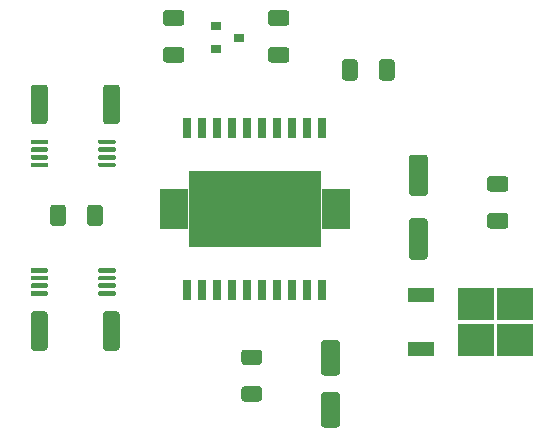
<source format=gbr>
%TF.GenerationSoftware,KiCad,Pcbnew,5.1.10*%
%TF.CreationDate,2021-06-23T21:46:23+08:00*%
%TF.ProjectId,simplefoc,73696d70-6c65-4666-9f63-2e6b69636164,rev?*%
%TF.SameCoordinates,Original*%
%TF.FileFunction,Paste,Top*%
%TF.FilePolarity,Positive*%
%FSLAX46Y46*%
G04 Gerber Fmt 4.6, Leading zero omitted, Abs format (unit mm)*
G04 Created by KiCad (PCBNEW 5.1.10) date 2021-06-23 21:46:23*
%MOMM*%
%LPD*%
G01*
G04 APERTURE LIST*
%ADD10R,0.900000X0.800000*%
%ADD11R,2.200000X1.200000*%
%ADD12R,3.050000X2.750000*%
%ADD13R,0.700000X1.700000*%
%ADD14R,11.270000X6.400000*%
%ADD15R,2.415000X3.400000*%
G04 APERTURE END LIST*
%TO.C,CAP2*%
G36*
G01*
X-102764500Y252500000D02*
X-103864500Y252500000D01*
G75*
G02*
X-104114500Y252750000I0J250000D01*
G01*
X-104114500Y255250000D01*
G75*
G02*
X-103864500Y255500000I250000J0D01*
G01*
X-102764500Y255500000D01*
G75*
G02*
X-102514500Y255250000I0J-250000D01*
G01*
X-102514500Y252750000D01*
G75*
G02*
X-102764500Y252500000I-250000J0D01*
G01*
G37*
G36*
G01*
X-102764500Y248100000D02*
X-103864500Y248100000D01*
G75*
G02*
X-104114500Y248350000I0J250000D01*
G01*
X-104114500Y250850000D01*
G75*
G02*
X-103864500Y251100000I250000J0D01*
G01*
X-102764500Y251100000D01*
G75*
G02*
X-102514500Y250850000I0J-250000D01*
G01*
X-102514500Y248350000D01*
G75*
G02*
X-102764500Y248100000I-250000J0D01*
G01*
G37*
%TD*%
%TO.C,C4*%
G36*
G01*
X-117236001Y283441500D02*
X-115935999Y283441500D01*
G75*
G02*
X-115686000Y283191501I0J-249999D01*
G01*
X-115686000Y282366499D01*
G75*
G02*
X-115935999Y282116500I-249999J0D01*
G01*
X-117236001Y282116500D01*
G75*
G02*
X-117486000Y282366499I0J249999D01*
G01*
X-117486000Y283191501D01*
G75*
G02*
X-117236001Y283441500I249999J0D01*
G01*
G37*
G36*
G01*
X-117236001Y280316500D02*
X-115935999Y280316500D01*
G75*
G02*
X-115686000Y280066501I0J-249999D01*
G01*
X-115686000Y279241499D01*
G75*
G02*
X-115935999Y278991500I-249999J0D01*
G01*
X-117236001Y278991500D01*
G75*
G02*
X-117486000Y279241499I0J249999D01*
G01*
X-117486000Y280066501D01*
G75*
G02*
X-117236001Y280316500I249999J0D01*
G01*
G37*
%TD*%
%TO.C,C2*%
G36*
G01*
X-108346001Y280316500D02*
X-107045999Y280316500D01*
G75*
G02*
X-106796000Y280066501I0J-249999D01*
G01*
X-106796000Y279241499D01*
G75*
G02*
X-107045999Y278991500I-249999J0D01*
G01*
X-108346001Y278991500D01*
G75*
G02*
X-108596000Y279241499I0J249999D01*
G01*
X-108596000Y280066501D01*
G75*
G02*
X-108346001Y280316500I249999J0D01*
G01*
G37*
G36*
G01*
X-108346001Y283441500D02*
X-107045999Y283441500D01*
G75*
G02*
X-106796000Y283191501I0J-249999D01*
G01*
X-106796000Y282366499D01*
G75*
G02*
X-107045999Y282116500I-249999J0D01*
G01*
X-108346001Y282116500D01*
G75*
G02*
X-108596000Y282366499I0J249999D01*
G01*
X-108596000Y283191501D01*
G75*
G02*
X-108346001Y283441500I249999J0D01*
G01*
G37*
%TD*%
D10*
%TO.C,BAT1*%
X-113030000Y282062000D03*
X-113030000Y280162000D03*
X-111030000Y281112000D03*
%TD*%
%TO.C,C1*%
G36*
G01*
X-88503999Y264944500D02*
X-89804001Y264944500D01*
G75*
G02*
X-90054000Y265194499I0J249999D01*
G01*
X-90054000Y266019501D01*
G75*
G02*
X-89804001Y266269500I249999J0D01*
G01*
X-88503999Y266269500D01*
G75*
G02*
X-88254000Y266019501I0J-249999D01*
G01*
X-88254000Y265194499D01*
G75*
G02*
X-88503999Y264944500I-249999J0D01*
G01*
G37*
G36*
G01*
X-88503999Y268069500D02*
X-89804001Y268069500D01*
G75*
G02*
X-90054000Y268319499I0J249999D01*
G01*
X-90054000Y269144501D01*
G75*
G02*
X-89804001Y269394500I249999J0D01*
G01*
X-88503999Y269394500D01*
G75*
G02*
X-88254000Y269144501I0J-249999D01*
G01*
X-88254000Y268319499D01*
G75*
G02*
X-88503999Y268069500I-249999J0D01*
G01*
G37*
%TD*%
%TO.C,C3*%
G36*
G01*
X-101014500Y279034001D02*
X-101014500Y277733999D01*
G75*
G02*
X-101264499Y277484000I-249999J0D01*
G01*
X-102089501Y277484000D01*
G75*
G02*
X-102339500Y277733999I0J249999D01*
G01*
X-102339500Y279034001D01*
G75*
G02*
X-102089501Y279284000I249999J0D01*
G01*
X-101264499Y279284000D01*
G75*
G02*
X-101014500Y279034001I0J-249999D01*
G01*
G37*
G36*
G01*
X-97889500Y279034001D02*
X-97889500Y277733999D01*
G75*
G02*
X-98139499Y277484000I-249999J0D01*
G01*
X-98964501Y277484000D01*
G75*
G02*
X-99214500Y277733999I0J249999D01*
G01*
X-99214500Y279034001D01*
G75*
G02*
X-98964501Y279284000I249999J0D01*
G01*
X-98139499Y279284000D01*
G75*
G02*
X-97889500Y279034001I0J-249999D01*
G01*
G37*
%TD*%
%TO.C,CAP1*%
G36*
G01*
X-96428000Y271218000D02*
X-95328000Y271218000D01*
G75*
G02*
X-95078000Y270968000I0J-250000D01*
G01*
X-95078000Y267968000D01*
G75*
G02*
X-95328000Y267718000I-250000J0D01*
G01*
X-96428000Y267718000D01*
G75*
G02*
X-96678000Y267968000I0J250000D01*
G01*
X-96678000Y270968000D01*
G75*
G02*
X-96428000Y271218000I250000J0D01*
G01*
G37*
G36*
G01*
X-96428000Y265818000D02*
X-95328000Y265818000D01*
G75*
G02*
X-95078000Y265568000I0J-250000D01*
G01*
X-95078000Y262568000D01*
G75*
G02*
X-95328000Y262318000I-250000J0D01*
G01*
X-96428000Y262318000D01*
G75*
G02*
X-96678000Y262568000I0J250000D01*
G01*
X-96678000Y265568000D01*
G75*
G02*
X-96428000Y265818000I250000J0D01*
G01*
G37*
%TD*%
%TO.C,CBY1*%
G36*
G01*
X-127047500Y265409999D02*
X-127047500Y266710001D01*
G75*
G02*
X-126797501Y266960000I249999J0D01*
G01*
X-125972499Y266960000D01*
G75*
G02*
X-125722500Y266710001I0J-249999D01*
G01*
X-125722500Y265409999D01*
G75*
G02*
X-125972499Y265160000I-249999J0D01*
G01*
X-126797501Y265160000D01*
G75*
G02*
X-127047500Y265409999I0J249999D01*
G01*
G37*
G36*
G01*
X-123922500Y265409999D02*
X-123922500Y266710001D01*
G75*
G02*
X-123672501Y266960000I249999J0D01*
G01*
X-122847499Y266960000D01*
G75*
G02*
X-122597500Y266710001I0J-249999D01*
G01*
X-122597500Y265409999D01*
G75*
G02*
X-122847499Y265160000I-249999J0D01*
G01*
X-123672501Y265160000D01*
G75*
G02*
X-123922500Y265409999I0J249999D01*
G01*
G37*
%TD*%
%TO.C,INA1*%
G36*
G01*
X-121505500Y259556000D02*
X-121505500Y259356000D01*
G75*
G02*
X-121605500Y259256000I-100000J0D01*
G01*
X-122880500Y259256000D01*
G75*
G02*
X-122980500Y259356000I0J100000D01*
G01*
X-122980500Y259556000D01*
G75*
G02*
X-122880500Y259656000I100000J0D01*
G01*
X-121605500Y259656000D01*
G75*
G02*
X-121505500Y259556000I0J-100000D01*
G01*
G37*
G36*
G01*
X-121505500Y260206000D02*
X-121505500Y260006000D01*
G75*
G02*
X-121605500Y259906000I-100000J0D01*
G01*
X-122880500Y259906000D01*
G75*
G02*
X-122980500Y260006000I0J100000D01*
G01*
X-122980500Y260206000D01*
G75*
G02*
X-122880500Y260306000I100000J0D01*
G01*
X-121605500Y260306000D01*
G75*
G02*
X-121505500Y260206000I0J-100000D01*
G01*
G37*
G36*
G01*
X-121505500Y260856000D02*
X-121505500Y260656000D01*
G75*
G02*
X-121605500Y260556000I-100000J0D01*
G01*
X-122880500Y260556000D01*
G75*
G02*
X-122980500Y260656000I0J100000D01*
G01*
X-122980500Y260856000D01*
G75*
G02*
X-122880500Y260956000I100000J0D01*
G01*
X-121605500Y260956000D01*
G75*
G02*
X-121505500Y260856000I0J-100000D01*
G01*
G37*
G36*
G01*
X-121505500Y261506000D02*
X-121505500Y261306000D01*
G75*
G02*
X-121605500Y261206000I-100000J0D01*
G01*
X-122880500Y261206000D01*
G75*
G02*
X-122980500Y261306000I0J100000D01*
G01*
X-122980500Y261506000D01*
G75*
G02*
X-122880500Y261606000I100000J0D01*
G01*
X-121605500Y261606000D01*
G75*
G02*
X-121505500Y261506000I0J-100000D01*
G01*
G37*
G36*
G01*
X-127230500Y261506000D02*
X-127230500Y261306000D01*
G75*
G02*
X-127330500Y261206000I-100000J0D01*
G01*
X-128605500Y261206000D01*
G75*
G02*
X-128705500Y261306000I0J100000D01*
G01*
X-128705500Y261506000D01*
G75*
G02*
X-128605500Y261606000I100000J0D01*
G01*
X-127330500Y261606000D01*
G75*
G02*
X-127230500Y261506000I0J-100000D01*
G01*
G37*
G36*
G01*
X-127230500Y260856000D02*
X-127230500Y260656000D01*
G75*
G02*
X-127330500Y260556000I-100000J0D01*
G01*
X-128605500Y260556000D01*
G75*
G02*
X-128705500Y260656000I0J100000D01*
G01*
X-128705500Y260856000D01*
G75*
G02*
X-128605500Y260956000I100000J0D01*
G01*
X-127330500Y260956000D01*
G75*
G02*
X-127230500Y260856000I0J-100000D01*
G01*
G37*
G36*
G01*
X-127230500Y260206000D02*
X-127230500Y260006000D01*
G75*
G02*
X-127330500Y259906000I-100000J0D01*
G01*
X-128605500Y259906000D01*
G75*
G02*
X-128705500Y260006000I0J100000D01*
G01*
X-128705500Y260206000D01*
G75*
G02*
X-128605500Y260306000I100000J0D01*
G01*
X-127330500Y260306000D01*
G75*
G02*
X-127230500Y260206000I0J-100000D01*
G01*
G37*
G36*
G01*
X-127230500Y259556000D02*
X-127230500Y259356000D01*
G75*
G02*
X-127330500Y259256000I-100000J0D01*
G01*
X-128605500Y259256000D01*
G75*
G02*
X-128705500Y259356000I0J100000D01*
G01*
X-128705500Y259556000D01*
G75*
G02*
X-128605500Y259656000I100000J0D01*
G01*
X-127330500Y259656000D01*
G75*
G02*
X-127230500Y259556000I0J-100000D01*
G01*
G37*
%TD*%
%TO.C,INA2*%
G36*
G01*
X-127230500Y270433000D02*
X-127230500Y270233000D01*
G75*
G02*
X-127330500Y270133000I-100000J0D01*
G01*
X-128605500Y270133000D01*
G75*
G02*
X-128705500Y270233000I0J100000D01*
G01*
X-128705500Y270433000D01*
G75*
G02*
X-128605500Y270533000I100000J0D01*
G01*
X-127330500Y270533000D01*
G75*
G02*
X-127230500Y270433000I0J-100000D01*
G01*
G37*
G36*
G01*
X-127230500Y271083000D02*
X-127230500Y270883000D01*
G75*
G02*
X-127330500Y270783000I-100000J0D01*
G01*
X-128605500Y270783000D01*
G75*
G02*
X-128705500Y270883000I0J100000D01*
G01*
X-128705500Y271083000D01*
G75*
G02*
X-128605500Y271183000I100000J0D01*
G01*
X-127330500Y271183000D01*
G75*
G02*
X-127230500Y271083000I0J-100000D01*
G01*
G37*
G36*
G01*
X-127230500Y271733000D02*
X-127230500Y271533000D01*
G75*
G02*
X-127330500Y271433000I-100000J0D01*
G01*
X-128605500Y271433000D01*
G75*
G02*
X-128705500Y271533000I0J100000D01*
G01*
X-128705500Y271733000D01*
G75*
G02*
X-128605500Y271833000I100000J0D01*
G01*
X-127330500Y271833000D01*
G75*
G02*
X-127230500Y271733000I0J-100000D01*
G01*
G37*
G36*
G01*
X-127230500Y272383000D02*
X-127230500Y272183000D01*
G75*
G02*
X-127330500Y272083000I-100000J0D01*
G01*
X-128605500Y272083000D01*
G75*
G02*
X-128705500Y272183000I0J100000D01*
G01*
X-128705500Y272383000D01*
G75*
G02*
X-128605500Y272483000I100000J0D01*
G01*
X-127330500Y272483000D01*
G75*
G02*
X-127230500Y272383000I0J-100000D01*
G01*
G37*
G36*
G01*
X-121505500Y272383000D02*
X-121505500Y272183000D01*
G75*
G02*
X-121605500Y272083000I-100000J0D01*
G01*
X-122880500Y272083000D01*
G75*
G02*
X-122980500Y272183000I0J100000D01*
G01*
X-122980500Y272383000D01*
G75*
G02*
X-122880500Y272483000I100000J0D01*
G01*
X-121605500Y272483000D01*
G75*
G02*
X-121505500Y272383000I0J-100000D01*
G01*
G37*
G36*
G01*
X-121505500Y271733000D02*
X-121505500Y271533000D01*
G75*
G02*
X-121605500Y271433000I-100000J0D01*
G01*
X-122880500Y271433000D01*
G75*
G02*
X-122980500Y271533000I0J100000D01*
G01*
X-122980500Y271733000D01*
G75*
G02*
X-122880500Y271833000I100000J0D01*
G01*
X-121605500Y271833000D01*
G75*
G02*
X-121505500Y271733000I0J-100000D01*
G01*
G37*
G36*
G01*
X-121505500Y271083000D02*
X-121505500Y270883000D01*
G75*
G02*
X-121605500Y270783000I-100000J0D01*
G01*
X-122880500Y270783000D01*
G75*
G02*
X-122980500Y270883000I0J100000D01*
G01*
X-122980500Y271083000D01*
G75*
G02*
X-122880500Y271183000I100000J0D01*
G01*
X-121605500Y271183000D01*
G75*
G02*
X-121505500Y271083000I0J-100000D01*
G01*
G37*
G36*
G01*
X-121505500Y270433000D02*
X-121505500Y270233000D01*
G75*
G02*
X-121605500Y270133000I-100000J0D01*
G01*
X-122880500Y270133000D01*
G75*
G02*
X-122980500Y270233000I0J100000D01*
G01*
X-122980500Y270433000D01*
G75*
G02*
X-122880500Y270533000I100000J0D01*
G01*
X-121605500Y270533000D01*
G75*
G02*
X-121505500Y270433000I0J-100000D01*
G01*
G37*
%TD*%
D11*
%TO.C,L1*%
X-95640000Y259328000D03*
X-95640000Y254768000D03*
D12*
X-87665000Y255523000D03*
X-91015000Y258573000D03*
X-87665000Y258573000D03*
X-91015000Y255523000D03*
%TD*%
%TO.C,R2*%
G36*
G01*
X-110607000Y254702000D02*
X-109357000Y254702000D01*
G75*
G02*
X-109107000Y254452000I0J-250000D01*
G01*
X-109107000Y253652000D01*
G75*
G02*
X-109357000Y253402000I-250000J0D01*
G01*
X-110607000Y253402000D01*
G75*
G02*
X-110857000Y253652000I0J250000D01*
G01*
X-110857000Y254452000D01*
G75*
G02*
X-110607000Y254702000I250000J0D01*
G01*
G37*
G36*
G01*
X-110607000Y251602000D02*
X-109357000Y251602000D01*
G75*
G02*
X-109107000Y251352000I0J-250000D01*
G01*
X-109107000Y250552000D01*
G75*
G02*
X-109357000Y250302000I-250000J0D01*
G01*
X-110607000Y250302000D01*
G75*
G02*
X-110857000Y250552000I0J250000D01*
G01*
X-110857000Y251352000D01*
G75*
G02*
X-110607000Y251602000I250000J0D01*
G01*
G37*
%TD*%
%TO.C,RCS1*%
G36*
G01*
X-121168000Y257706001D02*
X-121168000Y254855999D01*
G75*
G02*
X-121417999Y254606000I-249999J0D01*
G01*
X-122318001Y254606000D01*
G75*
G02*
X-122568000Y254855999I0J249999D01*
G01*
X-122568000Y257706001D01*
G75*
G02*
X-122318001Y257956000I249999J0D01*
G01*
X-121417999Y257956000D01*
G75*
G02*
X-121168000Y257706001I0J-249999D01*
G01*
G37*
G36*
G01*
X-127268000Y257706001D02*
X-127268000Y254855999D01*
G75*
G02*
X-127517999Y254606000I-249999J0D01*
G01*
X-128418001Y254606000D01*
G75*
G02*
X-128668000Y254855999I0J249999D01*
G01*
X-128668000Y257706001D01*
G75*
G02*
X-128418001Y257956000I249999J0D01*
G01*
X-127517999Y257956000D01*
G75*
G02*
X-127268000Y257706001I0J-249999D01*
G01*
G37*
%TD*%
%TO.C,RCS2*%
G36*
G01*
X-122568000Y274032999D02*
X-122568000Y276883001D01*
G75*
G02*
X-122318001Y277133000I249999J0D01*
G01*
X-121417999Y277133000D01*
G75*
G02*
X-121168000Y276883001I0J-249999D01*
G01*
X-121168000Y274032999D01*
G75*
G02*
X-121417999Y273783000I-249999J0D01*
G01*
X-122318001Y273783000D01*
G75*
G02*
X-122568000Y274032999I0J249999D01*
G01*
G37*
G36*
G01*
X-128668000Y274032999D02*
X-128668000Y276883001D01*
G75*
G02*
X-128418001Y277133000I249999J0D01*
G01*
X-127517999Y277133000D01*
G75*
G02*
X-127268000Y276883001I0J-249999D01*
G01*
X-127268000Y274032999D01*
G75*
G02*
X-127517999Y273783000I-249999J0D01*
G01*
X-128418001Y273783000D01*
G75*
G02*
X-128668000Y274032999I0J249999D01*
G01*
G37*
%TD*%
D13*
%TO.C,U1*%
X-115435000Y259740000D03*
D14*
X-109720000Y266590000D03*
D13*
X-114165000Y259740000D03*
X-112895000Y259740000D03*
X-111625000Y259740000D03*
X-110355000Y259740000D03*
X-109085000Y259740000D03*
X-107815000Y259740000D03*
X-106545000Y259740000D03*
X-105275000Y259740000D03*
X-104005000Y259740000D03*
X-104005000Y273440000D03*
X-105275000Y273440000D03*
X-106545000Y273440000D03*
X-107815000Y273440000D03*
X-109085000Y273440000D03*
X-110355000Y273440000D03*
X-111625000Y273440000D03*
X-112895000Y273440000D03*
X-114165000Y273440000D03*
X-115435000Y273440000D03*
D15*
X-116562500Y266590000D03*
X-102877500Y266590000D03*
%TD*%
M02*

</source>
